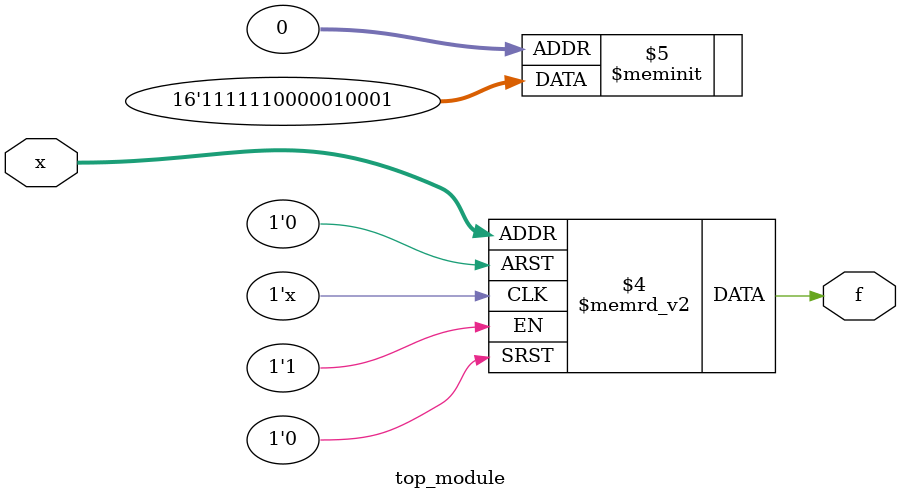
<source format=sv>
module top_module (
    input [4:1] x,
    output logic f
);

always_comb begin
    case (x)
        4'b0000, 4'b1010, 4'b1100, 4'b1110, 4'b1111: f = 1'b1;
        4'b0001, 4'b0010, 4'b0011, 4'b0101, 4'b0110, 4'b0111, 4'b1001: f = 1'b0;
        4'b1011, 4'b1101: f = 1'b1;
        4'b1000: f = 1'b0;
        4'b0100: f = 1'b1;
        default: f = 1'bx;
    endcase
end

endmodule

</source>
